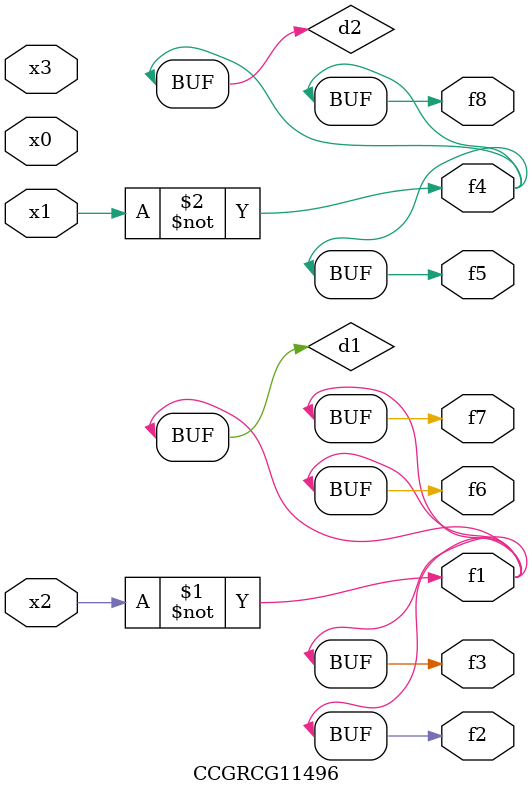
<source format=v>
module CCGRCG11496(
	input x0, x1, x2, x3,
	output f1, f2, f3, f4, f5, f6, f7, f8
);

	wire d1, d2;

	xnor (d1, x2);
	not (d2, x1);
	assign f1 = d1;
	assign f2 = d1;
	assign f3 = d1;
	assign f4 = d2;
	assign f5 = d2;
	assign f6 = d1;
	assign f7 = d1;
	assign f8 = d2;
endmodule

</source>
